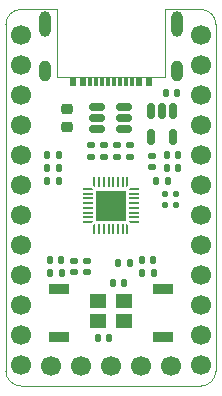
<source format=gts>
G04 #@! TF.GenerationSoftware,KiCad,Pcbnew,8.0.0*
G04 #@! TF.CreationDate,2024-04-25T17:25:40+07:00*
G04 #@! TF.ProjectId,artemisia,61727465-6d69-4736-9961-2e6b69636164,2*
G04 #@! TF.SameCoordinates,Original*
G04 #@! TF.FileFunction,Soldermask,Top*
G04 #@! TF.FilePolarity,Negative*
%FSLAX46Y46*%
G04 Gerber Fmt 4.6, Leading zero omitted, Abs format (unit mm)*
G04 Created by KiCad (PCBNEW 8.0.0) date 2024-04-25 17:25:40*
%MOMM*%
%LPD*%
G01*
G04 APERTURE LIST*
G04 Aperture macros list*
%AMRoundRect*
0 Rectangle with rounded corners*
0 $1 Rounding radius*
0 $2 $3 $4 $5 $6 $7 $8 $9 X,Y pos of 4 corners*
0 Add a 4 corners polygon primitive as box body*
4,1,4,$2,$3,$4,$5,$6,$7,$8,$9,$2,$3,0*
0 Add four circle primitives for the rounded corners*
1,1,$1+$1,$2,$3*
1,1,$1+$1,$4,$5*
1,1,$1+$1,$6,$7*
1,1,$1+$1,$8,$9*
0 Add four rect primitives between the rounded corners*
20,1,$1+$1,$2,$3,$4,$5,0*
20,1,$1+$1,$4,$5,$6,$7,0*
20,1,$1+$1,$6,$7,$8,$9,0*
20,1,$1+$1,$8,$9,$2,$3,0*%
%AMFreePoly0*
4,1,14,0.085355,0.385355,0.100000,0.350000,0.100000,-0.350000,0.085355,-0.385355,0.050000,-0.400000,0.020711,-0.400000,-0.014644,-0.385355,-0.085355,-0.314644,-0.100000,-0.279289,-0.100000,0.350000,-0.085355,0.385355,-0.050000,0.400000,0.050000,0.400000,0.085355,0.385355,0.085355,0.385355,$1*%
%AMFreePoly1*
4,1,14,0.085355,0.385355,0.100000,0.350000,0.100000,-0.279289,0.085355,-0.314644,0.014644,-0.385355,-0.020711,-0.400000,-0.050000,-0.400000,-0.085355,-0.385355,-0.100000,-0.350000,-0.100000,0.350000,-0.085355,0.385355,-0.050000,0.400000,0.050000,0.400000,0.085355,0.385355,0.085355,0.385355,$1*%
%AMFreePoly2*
4,1,14,0.385355,0.085355,0.400000,0.050000,0.400000,-0.050000,0.385355,-0.085355,0.350000,-0.100000,-0.350000,-0.100000,-0.385355,-0.085355,-0.400000,-0.050000,-0.400000,-0.020711,-0.385355,0.014644,-0.314644,0.085355,-0.279289,0.100000,0.350000,0.100000,0.385355,0.085355,0.385355,0.085355,$1*%
%AMFreePoly3*
4,1,14,0.385355,0.085355,0.400000,0.050000,0.400000,-0.050000,0.385355,-0.085355,0.350000,-0.100000,-0.279289,-0.100000,-0.314644,-0.085355,-0.385355,-0.014644,-0.400000,0.020711,-0.400000,0.050000,-0.385355,0.085355,-0.350000,0.100000,0.350000,0.100000,0.385355,0.085355,0.385355,0.085355,$1*%
%AMFreePoly4*
4,1,14,0.014644,0.385355,0.085355,0.314644,0.100000,0.279289,0.100000,-0.350000,0.085355,-0.385355,0.050000,-0.400000,-0.050000,-0.400000,-0.085355,-0.385355,-0.100000,-0.350000,-0.100000,0.350000,-0.085355,0.385355,-0.050000,0.400000,-0.020711,0.400000,0.014644,0.385355,0.014644,0.385355,$1*%
%AMFreePoly5*
4,1,14,0.085355,0.385355,0.100000,0.350000,0.100000,-0.350000,0.085355,-0.385355,0.050000,-0.400000,-0.050000,-0.400000,-0.085355,-0.385355,-0.100000,-0.350000,-0.100000,0.279289,-0.085355,0.314644,-0.014644,0.385355,0.020711,0.400000,0.050000,0.400000,0.085355,0.385355,0.085355,0.385355,$1*%
%AMFreePoly6*
4,1,14,0.385355,0.085355,0.400000,0.050000,0.400000,0.020711,0.385355,-0.014644,0.314644,-0.085355,0.279289,-0.100000,-0.350000,-0.100000,-0.385355,-0.085355,-0.400000,-0.050000,-0.400000,0.050000,-0.385355,0.085355,-0.350000,0.100000,0.350000,0.100000,0.385355,0.085355,0.385355,0.085355,$1*%
%AMFreePoly7*
4,1,14,0.314644,0.085355,0.385355,0.014644,0.400000,-0.020711,0.400000,-0.050000,0.385355,-0.085355,0.350000,-0.100000,-0.350000,-0.100000,-0.385355,-0.085355,-0.400000,-0.050000,-0.400000,0.050000,-0.385355,0.085355,-0.350000,0.100000,0.279289,0.100000,0.314644,0.085355,0.314644,0.085355,$1*%
G04 Aperture macros list end*
%ADD10RoundRect,0.140000X-0.140000X-0.170000X0.140000X-0.170000X0.140000X0.170000X-0.140000X0.170000X0*%
%ADD11RoundRect,0.135000X-0.135000X-0.185000X0.135000X-0.185000X0.135000X0.185000X-0.135000X0.185000X0*%
%ADD12RoundRect,0.135000X0.135000X0.185000X-0.135000X0.185000X-0.135000X-0.185000X0.135000X-0.185000X0*%
%ADD13RoundRect,0.140000X0.140000X0.170000X-0.140000X0.170000X-0.140000X-0.170000X0.140000X-0.170000X0*%
%ADD14RoundRect,0.150000X-0.512500X-0.150000X0.512500X-0.150000X0.512500X0.150000X-0.512500X0.150000X0*%
%ADD15RoundRect,0.140000X0.170000X-0.140000X0.170000X0.140000X-0.170000X0.140000X-0.170000X-0.140000X0*%
%ADD16R,0.600000X0.800000*%
%ADD17R,0.300000X0.800000*%
%ADD18O,1.000000X2.200000*%
%ADD19O,1.000000X1.800000*%
%ADD20C,1.700000*%
%ADD21R,1.700000X0.900000*%
%ADD22R,2.650000X2.650000*%
%ADD23FreePoly0,90.000000*%
%ADD24RoundRect,0.050000X0.350000X-0.050000X0.350000X0.050000X-0.350000X0.050000X-0.350000X-0.050000X0*%
%ADD25FreePoly1,90.000000*%
%ADD26FreePoly2,90.000000*%
%ADD27RoundRect,0.050000X0.050000X-0.350000X0.050000X0.350000X-0.050000X0.350000X-0.050000X-0.350000X0*%
%ADD28FreePoly3,90.000000*%
%ADD29FreePoly4,90.000000*%
%ADD30FreePoly5,90.000000*%
%ADD31FreePoly6,90.000000*%
%ADD32FreePoly7,90.000000*%
%ADD33RoundRect,0.150000X-0.150000X0.512500X-0.150000X-0.512500X0.150000X-0.512500X0.150000X0.512500X0*%
%ADD34RoundRect,0.218750X-0.256250X0.218750X-0.256250X-0.218750X0.256250X-0.218750X0.256250X0.218750X0*%
%ADD35RoundRect,0.140000X-0.170000X0.140000X-0.170000X-0.140000X0.170000X-0.140000X0.170000X0.140000X0*%
%ADD36RoundRect,0.125000X0.125000X-0.125000X0.125000X0.125000X-0.125000X0.125000X-0.125000X-0.125000X0*%
%ADD37R,1.400000X1.200000*%
%ADD38RoundRect,0.135000X0.185000X-0.135000X0.185000X0.135000X-0.185000X0.135000X-0.185000X-0.135000X0*%
%ADD39RoundRect,0.135000X-0.185000X0.135000X-0.185000X-0.135000X0.185000X-0.135000X0.185000X0.135000X0*%
%ADD40RoundRect,0.147500X0.147500X0.172500X-0.147500X0.172500X-0.147500X-0.172500X0.147500X-0.172500X0*%
G04 #@! TA.AperFunction,Profile*
%ADD41C,0.100000*%
G04 #@! TD*
G04 APERTURE END LIST*
D10*
X7790000Y-27850000D03*
X8750000Y-27850000D03*
D11*
X3490000Y-12350000D03*
X4510000Y-12350000D03*
D12*
X13710000Y-14500000D03*
X12690000Y-14500000D03*
D13*
X10480000Y-21500000D03*
X9520000Y-21500000D03*
D14*
X7752500Y-8250000D03*
X7752500Y-9200000D03*
X7752500Y-10150000D03*
X10027500Y-10150000D03*
X10027500Y-9200000D03*
X10027500Y-8250000D03*
D10*
X13520000Y-7100000D03*
X14480000Y-7100000D03*
D12*
X4720000Y-22325000D03*
X3700000Y-22325000D03*
D13*
X14580000Y-12325000D03*
X13620000Y-12325000D03*
D15*
X12400000Y-13355000D03*
X12400000Y-12395000D03*
D16*
X12103000Y-6150474D03*
X11303000Y-6150474D03*
D17*
X10653000Y-6150474D03*
X10153000Y-6150474D03*
X9653000Y-6150474D03*
X9153000Y-6150474D03*
X8653000Y-6150474D03*
X8153000Y-6150474D03*
X7653000Y-6150474D03*
X7153000Y-6150474D03*
D16*
X6503000Y-6150474D03*
X5703000Y-6150474D03*
D18*
X3328000Y-1250474D03*
D19*
X3328000Y-5250474D03*
D18*
X14478000Y-1250474D03*
D19*
X14478000Y-5250474D03*
D13*
X4690000Y-21225000D03*
X3730000Y-21225000D03*
D20*
X3810000Y-30162500D03*
X6350000Y-30162500D03*
X8890000Y-30162500D03*
X11430000Y-30162500D03*
X13970000Y-30162500D03*
D11*
X11490000Y-22325000D03*
X12510000Y-22325000D03*
D21*
X4500000Y-23650000D03*
X4500000Y-27750000D03*
D22*
X8890000Y-16600000D03*
D23*
X6940000Y-18000000D03*
D24*
X6940000Y-17600000D03*
X6940000Y-17200000D03*
X6940000Y-16800000D03*
X6940000Y-16400000D03*
X6940000Y-16000000D03*
X6940000Y-15600000D03*
D25*
X6940000Y-15200000D03*
D26*
X7490000Y-14650000D03*
D27*
X7890000Y-14650000D03*
X8290000Y-14650000D03*
X8690000Y-14650000D03*
X9090000Y-14650000D03*
X9490000Y-14650000D03*
X9890000Y-14650000D03*
D28*
X10290000Y-14650000D03*
D29*
X10840000Y-15200000D03*
D24*
X10840000Y-15600000D03*
X10840000Y-16000000D03*
X10840000Y-16400000D03*
X10840000Y-16800000D03*
X10840000Y-17200000D03*
X10840000Y-17600000D03*
D30*
X10840000Y-18000000D03*
D31*
X10290000Y-18550000D03*
D27*
X9890000Y-18550000D03*
X9490000Y-18550000D03*
X9090000Y-18550000D03*
X8690000Y-18550000D03*
X8290000Y-18550000D03*
X7890000Y-18550000D03*
D32*
X7490000Y-18550000D03*
D33*
X14150000Y-8562500D03*
X13200000Y-8562500D03*
X12250000Y-8562500D03*
X12250000Y-10837500D03*
X14150000Y-10837500D03*
D34*
X5200000Y-8412500D03*
X5200000Y-9987500D03*
D21*
X13280000Y-23650000D03*
X13280000Y-27750000D03*
D35*
X5800000Y-21295000D03*
X5800000Y-22255000D03*
D10*
X9030000Y-23150000D03*
X9990000Y-23150000D03*
D36*
X14400000Y-16550000D03*
X14400000Y-15650000D03*
X13500000Y-15650000D03*
X13500000Y-16550000D03*
D10*
X13620000Y-13425000D03*
X14580000Y-13425000D03*
D15*
X6900000Y-22255000D03*
X6900000Y-21295000D03*
D37*
X9990000Y-24650000D03*
X7790000Y-24650000D03*
X7790000Y-26350000D03*
X9990000Y-26350000D03*
D38*
X8325000Y-12510000D03*
X8325000Y-11490000D03*
D10*
X11520000Y-21225000D03*
X12480000Y-21225000D03*
D39*
X7225000Y-11490000D03*
X7225000Y-12510000D03*
D40*
X4485000Y-14500000D03*
X3515000Y-14500000D03*
D38*
X9425000Y-12510000D03*
X9425000Y-11490000D03*
X10550000Y-12510000D03*
X10550000Y-11490000D03*
D20*
X1270000Y-2146300D03*
X1270000Y-4686300D03*
X1270000Y-7226300D03*
X1270000Y-9766300D03*
X1270000Y-12306300D03*
X1270000Y-14846300D03*
X1270000Y-17386300D03*
X1270000Y-19926300D03*
X1270000Y-22466300D03*
X1270000Y-25006300D03*
X1270000Y-27546300D03*
X1270000Y-30086300D03*
D11*
X3490000Y-13450000D03*
X4510000Y-13450000D03*
D20*
X16510000Y-2146300D03*
X16510000Y-4686300D03*
X16510000Y-7226300D03*
X16510000Y-9766300D03*
X16510000Y-12306300D03*
X16510000Y-14846300D03*
X16510000Y-17386300D03*
X16510000Y-19926300D03*
X16510000Y-22466300D03*
X16510000Y-25006300D03*
X16510000Y-27546300D03*
X16510000Y-30086300D03*
D41*
X0Y-1270000D02*
X0Y-30607000D01*
X16510000Y0D02*
G75*
G02*
X17780000Y-1270000I0J-1270000D01*
G01*
X13462000Y-5711600D02*
X4318000Y-5711600D01*
X1270000Y-31877000D02*
G75*
G02*
X0Y-30607000I-3J1269997D01*
G01*
X0Y-1270000D02*
G75*
G02*
X1270000Y0I1270000J0D01*
G01*
X17780000Y-1270000D02*
X17780000Y-30607000D01*
X4318000Y-5711600D02*
X4318000Y0D01*
X13462000Y0D02*
X16510000Y0D01*
X1270000Y0D02*
X4318000Y0D01*
X1270000Y-31877000D02*
X16510000Y-31877000D01*
X13462000Y0D02*
X13462000Y-5711600D01*
X17780000Y-30607000D02*
G75*
G02*
X16510000Y-31877000I-1270000J0D01*
G01*
M02*

</source>
